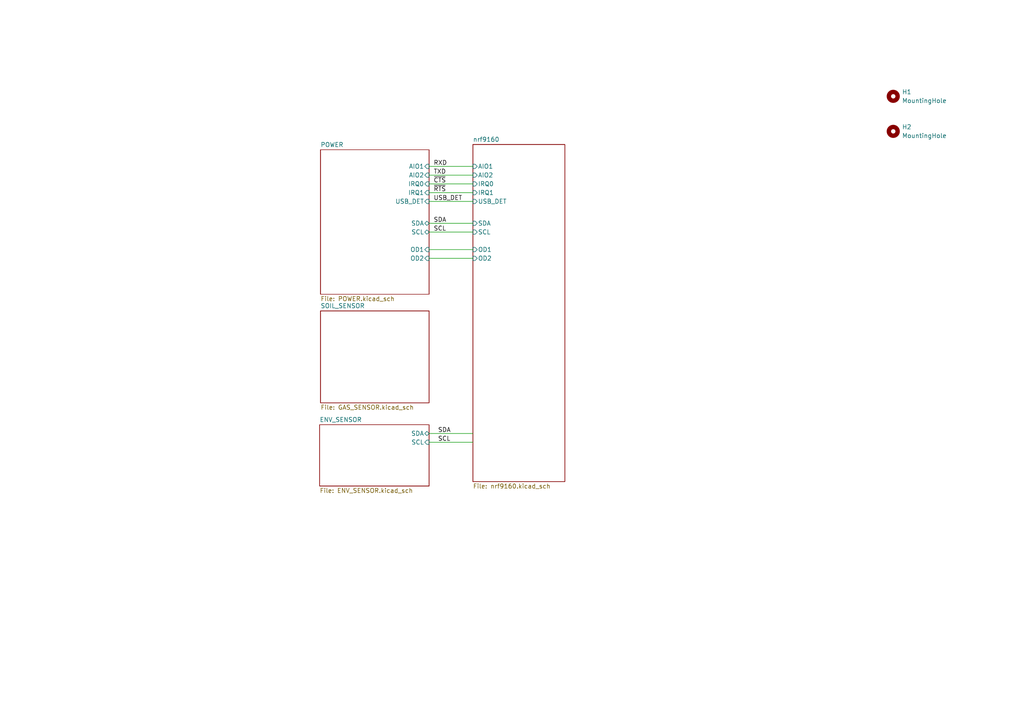
<source format=kicad_sch>
(kicad_sch (version 20250114) (generator "eeschema") (generator_version "9.0")
  (paper "A4")
  (title_block (title "Methanesense") (date "2024-07-05") (rev "1.0.0") (company "Drawn by FNB"))
  (lib_symbols
    (symbol "Mechanical:MountingHole" (pin_names (offset 1.016)) (exclude_from_sim yes) (in_bom no)
      (property "Reference" "H" (at 0 5.08 0))
      (property "Value" "MountingHole" (at 0 3.175 0))
      (symbol "MountingHole_0_1"
        (circle (center 0 0) (radius 1.27) (stroke (width 1.27)))
      )
    )
  )
  (wire (pts (xy 124.46 128.27) (xy 137.16 128.27)))
  (wire (pts (xy 124.46 55.88) (xy 137.16 55.88)))
  (wire (pts (xy 124.46 125.73) (xy 137.16 125.73)))
  (wire (pts (xy 124.46 53.34) (xy 137.16 53.34)))
  (wire (pts (xy 124.46 64.77) (xy 137.16 64.77)))
  (wire (pts (xy 124.46 74.93) (xy 137.16 74.93)))
  (wire (pts (xy 124.46 67.31) (xy 137.16 67.31)))
  (wire (pts (xy 124.46 50.8) (xy 137.16 50.8)))
  (wire (pts (xy 124.46 58.42) (xy 137.16 58.42)))
  (wire (pts (xy 124.46 72.39) (xy 137.16 72.39)))
  (wire (pts (xy 124.46 48.26) (xy 137.16 48.26)))
  (label "RXD" (at 125.73 48.26 0))
  (label "SDA" (at 125.73 64.77 0))
  (label "SDA" (at 127 125.73 0))
  (label "TXD" (at 125.73 50.8 0))
  (label "~{RTS}" (at 125.73 55.88 0))
  (label "USB_DET" (at 125.73 58.42 0))
  (label "SCL" (at 127 128.27 0))
  (label "SCL" (at 125.73 67.31 0))
  (label "~{CTS}" (at 125.73 53.34 0))
  (symbol (lib_id "Mechanical:MountingHole") (at 259.08 38.1 0) (unit 1) (exclude_from_sim yes) (in_bom no)
    (property "Reference" "H2" (at 261.62 36.8299 0) (effects (justify left)))
    (property "Value" "MountingHole" (at 261.62 39.3699 0) (effects (justify left)))
    (property "Footprint" "MountingHole:MountingHole_2.2mm_M2" (effects (hide yes)))
    (property "Description" "Mounting Hole without connection" (effects (hide yes)))
  )
  (symbol (lib_id "Mechanical:MountingHole") (at 259.08 27.94 0) (unit 1) (exclude_from_sim yes) (in_bom no)
    (property "Reference" "H1" (at 261.62 26.6699 0) (effects (justify left)))
    (property "Value" "MountingHole" (at 261.62 29.2099 0) (effects (justify left)))
    (property "Footprint" "MountingHole:MountingHole_2.2mm_M2" (effects (hide yes)))
    (property "Description" "Mounting Hole without connection" (effects (hide yes)))
  )
  (sheet (at 92.964 43.434) (size 31.496 41.91) (stroke (width 0.1524))
    (property "Sheetname" "POWER" (at 92.964 42.7224 0) (effects (justify left bottom)))
    (property "Sheetfile" "POWER.kicad_sch" (at 92.964 85.9286 0) (effects (justify left top)))
    (pin "SDA" bidirectional (at 124.46 64.77 0))
    (pin "SCL" bidirectional (at 124.46 67.31 0))
    (pin "USB_DET" input (at 124.46 58.42 0))
    (pin "AIO1" input (at 124.46 48.26 0))
    (pin "OD1" input (at 124.46 72.39 0))
    (pin "AIO2" input (at 124.46 50.8 0))
    (pin "OD2" input (at 124.46 74.93 0))
    (pin "IRQ0" input (at 124.46 53.34 0))
    (pin "IRQ1" input (at 124.46 55.88 0))
  )
  (sheet (at 92.964 90.17) (size 31.496 26.67) (stroke (width 0.1524))
    (property "Sheetname" "SOIL_SENSOR" (at 92.964 89.4584 0) (effects (justify left bottom)))
    (property "Sheetfile" "GAS_SENSOR.kicad_sch" (at 92.964 117.4246 0) (effects (justify left top)))
  )
  (sheet (at 92.71 123.19) (size 31.75 17.78) (stroke (width 0.1524))
    (property "Sheetname" "ENV_SENSOR" (at 92.71 122.4784 0) (effects (justify left bottom)))
    (property "Sheetfile" "ENV_SENSOR.kicad_sch" (at 92.71 141.5546 0) (effects (justify left top)))
    (pin "SDA" bidirectional (at 124.46 125.73 0))
    (pin "SCL" input (at 124.46 128.27 0))
  )
  (sheet (at 137.16 41.91) (size 26.67 97.79) (stroke (width 0.1524))
    (property "Sheetname" "nrf9160" (at 137.16 41.1984 0) (effects (justify left bottom)))
    (property "Sheetfile" "nrf9160.kicad_sch" (at 137.16 140.2846 0) (effects (justify left top)))
    (pin "SDA" input (at 137.16 64.77 180))
    (pin "SCL" input (at 137.16 67.31 180))
    (pin "USB_DET" input (at 137.16 58.42 180))
    (pin "OD1" input (at 137.16 72.39 180))
    (pin "OD2" input (at 137.16 74.93 180))
    (pin "IRQ1" input (at 137.16 55.88 180))
    (pin "AIO1" input (at 137.16 48.26 180))
    (pin "AIO2" input (at 137.16 50.8 180))
    (pin "IRQ0" input (at 137.16 53.34 180))
  )
)
</source>
